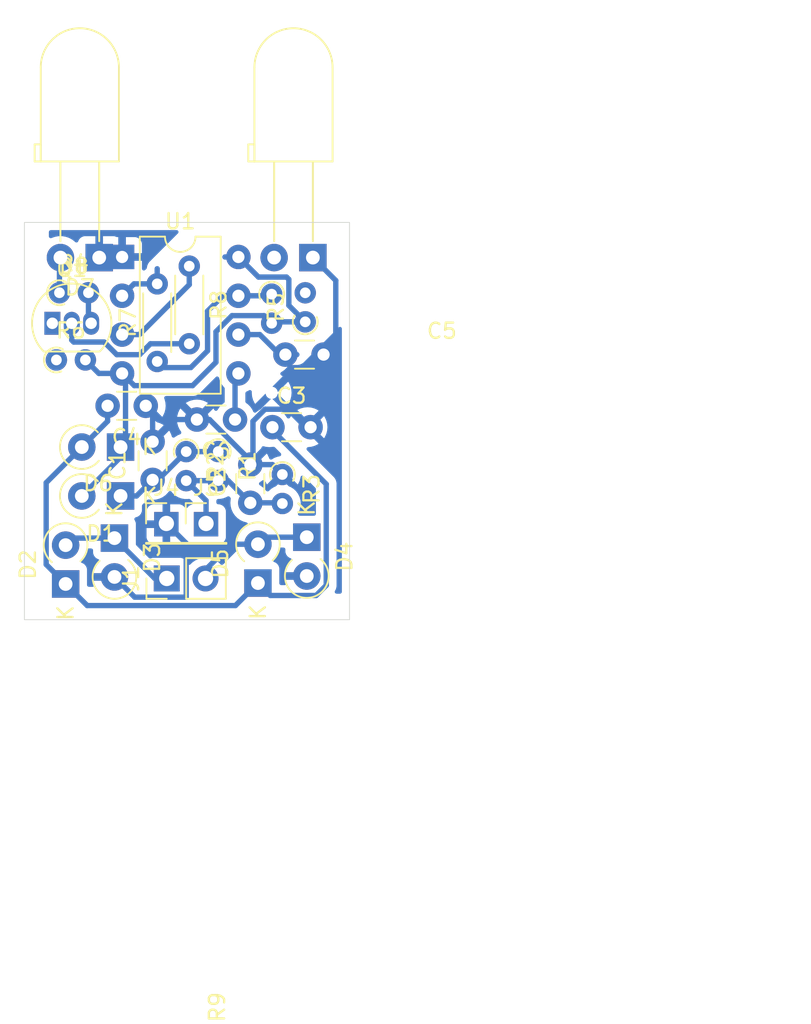
<source format=kicad_pcb>
(kicad_pcb (version 20240108) (generator "pcbnew") (generator_version "8.0")
  (layers (0 "F.Cu" signal) (31 "B.Cu" signal) (34 "B.Paste" user) (35 "F.Paste" user) (36 "B.SilkS" user "B.Silkscreen") (37 "F.SilkS" user "F.Silkscreen") (38 "B.Mask" user) (39 "F.Mask" user) (44 "Edge.Cuts" user))
  (net 0 "")
  (net 1 "GND")
  (net 2 "Net-(D1-K)")
  (net 3 "VCCQ")
  (net 4 "VCC")
  (net 5 "Net-(D2-A)")
  (net 6 "Net-(D4-K)")
  (net 7 "BCE")
  (net 8 "Net-(Q1-E)")
  (net 9 "Net-(Q1-C)")
  (net 10 "DC_OUT")
  (net 11 "Net-(D7-A)")
  (net 12 "Net-(D8-A)")
  (net 13 "DIS")
  (net 14 "TR")
  (net 15 "Net-(U1-Q)")
  (net 16 "Net-(U1-CV)")
  (footprint "Resistor_THT:R_Axial_DIN0204_L3.6mm_D1.6mm_P1.90mm_Vertical" (layer "F.Cu") (at 245.9 61.9 -90)
    (property "Reference" "R2" (at 0.95 -1.92 90) (layer "F.SilkS"))
    (property "Value" "15k")
    (fp_arc (start 0.320095 0.749359) (mid -0.813042 -0.054435) (end 0.417133 -0.7) (stroke (width 0.12)) (layer "F.SilkS"))
    (pad "1" thru_hole circle (at 0 0 270) (size 1.4 1.4) (drill 0.7) (layers "*.Cu" "*.Mask") (net 2 "Net-(D1-K)"))
    (pad "2" thru_hole oval (at 1.9 0 270) (size 1.4 1.4) (drill 0.7) (layers "*.Cu" "*.Mask") (net 10 "DC_OUT"))
  )
  (footprint "Resistor_THT:R_Axial_DIN0204_L3.6mm_D1.6mm_P1.90mm_Vertical" (layer "F.Cu") (at 237.595 51.5)
    (property "Reference" "R4" (at 0.95 -1.92 360) (layer "F.SilkS"))
    (property "Value" "220R")
    (fp_arc (start 0.320095 0.749359) (mid -0.813042 -0.054435) (end 0.417133 -0.7) (stroke (width 0.12)) (layer "F.SilkS"))
    (pad "1" thru_hole circle (at 0 0) (size 1.4 1.4) (drill 0.7) (layers "*.Cu" "*.Mask") (net 11 "Net-(D7-A)"))
    (pad "2" thru_hole oval (at 1.9 0) (size 1.4 1.4) (drill 0.7) (layers "*.Cu" "*.Mask") (net 8 "Net-(Q1-E)"))
  )
  (footprint "Resistor_THT:R_Axial_DIN0204_L3.6mm_D1.6mm_P1.90mm_Vertical" (layer "F.Cu") (at 253.7 53.405 90)
    (property "Reference" "R5" (at 0.95 -1.92 270) (layer "F.SilkS"))
    (property "Value" "470R")
    (fp_arc (start 0.320095 0.749359) (mid -0.813042 -0.054435) (end 0.417133 -0.7) (stroke (width 0.12)) (layer "F.SilkS"))
    (pad "1" thru_hole circle (at 0 0 90) (size 1.4 1.4) (drill 0.7) (layers "*.Cu" "*.Mask") (net 4 "VCC"))
    (pad "2" thru_hole oval (at 1.9 0 90) (size 1.4 1.4) (drill 0.7) (layers "*.Cu" "*.Mask") (net 12 "Net-(D8-A)"))
  )
  (footprint "Diode_THT:D_A-405_P2.54mm_Vertical_KathodeUp" (layer "F.Cu") (at 253.8 67.5 -90)
    (property "Reference" "D4" (at 1.27 -2.47 90) (layer "F.SilkS"))
    (property "Value" "1N4007")
    (fp_arc (start 1.426761 -0.9) (mid 3.970816 -0.045469) (end 1.48615 0.968866) (stroke (width 0.12)) (layer "F.SilkS"))
    (fp_text user "K" (at -1.9 0 90) (layer "F.SilkS"))
    (pad "1" thru_hole rect (at 0 0 270) (size 1.8 1.8) (drill 0.9) (layers "*.Cu" "*.Mask") (net 6 "Net-(D4-K)"))
    (pad "2" thru_hole oval (at 2.54 0 270) (size 1.8 1.8) (drill 0.9) (layers "*.Cu" "*.Mask") (net 1 "GND"))
  )
  (footprint "Diode_THT:D_A-405_P2.54mm_Vertical_KathodeUp" (layer "F.Cu") (at 241.6 64.8 180)
    (property "Reference" "D1" (at 1.27 -2.47 180) (layer "F.SilkS"))
    (property "Value" "1N4148")
    (fp_arc (start 1.426761 -0.9) (mid 3.970816 -0.045469) (end 1.48615 0.968866) (stroke (width 0.12)) (layer "F.SilkS"))
    (fp_text user "K" (at -1.9 0 180) (layer "F.SilkS"))
    (pad "1" thru_hole rect (at 0 0 180) (size 1.8 1.8) (drill 0.9) (layers "*.Cu" "*.Mask") (net 2 "Net-(D1-K)"))
    (pad "2" thru_hole oval (at 2.54 0 180) (size 1.8 1.8) (drill 0.9) (layers "*.Cu" "*.Mask") (net 4 "VCC"))
  )
  (footprint "Resistor_THT:R_Axial_DIN0204_L3.6mm_D1.6mm_P1.90mm_Vertical" (layer "F.Cu") (at 248 61.895 -90)
    (property "Reference" "R1" (at 0.95 -1.92 90) (layer "F.SilkS"))
    (property "Value" "22k")
    (fp_arc (start 0.320095 0.749359) (mid -0.813042 -0.054435) (end 0.417133 -0.7) (stroke (width 0.12)) (layer "F.SilkS"))
    (pad "1" thru_hole circle (at 0 0 270) (size 1.4 1.4) (drill 0.7) (layers "*.Cu" "*.Mask") (net 2 "Net-(D1-K)"))
    (pad "2" thru_hole oval (at 1.9 0 270) (size 1.4 1.4) (drill 0.7) (layers "*.Cu" "*.Mask") (net 10 "DC_OUT"))
  )
  (footprint "Capacitor_THT:C_Disc_D3.0mm_W1.6mm_P2.50mm" (layer "F.Cu") (at 243.25 58.9 180)
    (property "Reference" "C4" (at 1.25 -2.05 180) (layer "F.SilkS"))
    (property "Value" "100pF")
    (fp_line (start 0.621 0.92) (end 1.879 0.92) (stroke (width 0.12)) (layer "F.SilkS"))
    (fp_line (start 0.621 -0.92) (end 1.879 -0.92) (stroke (width 0.12)) (layer "F.SilkS"))
    (pad "1" thru_hole circle (at 0 0 180) (size 1.6 1.6) (drill 0.8) (layers "*.Cu" "*.Mask") (net 1 "GND"))
    (pad "2" thru_hole circle (at 2.5 0 180) (size 1.6 1.6) (drill 0.8) (layers "*.Cu" "*.Mask") (net 3 "VCCQ"))
  )
  (footprint "Resistor_THT:R_Axial_DIN0204_L3.6mm_D1.6mm_P1.90mm_Vertical" (layer "F.Cu") (at 251.5 51.595 -90)
    (property "Reference" "R9" (at 46.66 3.57 90) (layer "F.SilkS"))
    (property "Value" "1.1M")
    (fp_arc (start 0.320095 0.749359) (mid -0.813042 -0.054435) (end 0.417133 -0.7) (stroke (width 0.12)) (layer "F.SilkS"))
    (pad "1" thru_hole circle (at 0 0 270) (size 1.4 1.4) (drill 0.7) (layers "*.Cu" "*.Mask") (net 13 "DIS"))
    (pad "2" thru_hole oval (at 1.9 0 270) (size 1.4 1.4) (drill 0.7) (layers "*.Cu" "*.Mask") (net 4 "VCC"))
  )
  (footprint "Capacitor_THT:C_Disc_D3.0mm_W1.6mm_P2.50mm" (layer "F.Cu") (at 250.1 65.25 90)
    (property "Reference" "C2" (at 1.34 -2.15 270) (layer "F.SilkS"))
    (property "Value" "1uF/50V")
    (fp_line (start 0.621 -0.92) (end 1.879 -0.92) (stroke (width 0.12)) (layer "F.SilkS"))
    (fp_line (start 0.621 0.92) (end 1.879 0.92) (stroke (width 0.12)) (layer "F.SilkS"))
    (pad "1" thru_hole circle (at 0 0 90) (size 1.6 1.6) (drill 0.8) (layers "*.Cu" "*.Mask") (net 10 "DC_OUT"))
    (pad "2" thru_hole circle (at 2.5 0 90) (size 1.6 1.6) (drill 0.8) (layers "*.Cu" "*.Mask") (net 1 "GND"))
  )
  (footprint "Diode_THT:D_A-405_P2.54mm_Vertical_KathodeUp" (layer "F.Cu") (at 250.6 70.5 90)
    (property "Reference" "D5" (at 1.27 -2.47 270) (layer "F.SilkS"))
    (property "Value" "1N4007")
    (fp_arc (start 1.426761 -0.9) (mid 3.970816 -0.045469) (end 1.48615 0.968866) (stroke (width 0.12)) (layer "F.SilkS"))
    (fp_text user "K" (at -1.9 0 270) (layer "F.SilkS"))
    (pad "1" thru_hole rect (at 0 0 90) (size 1.8 1.8) (drill 0.9) (layers "*.Cu" "*.Mask") (net 3 "VCCQ"))
    (pad "2" thru_hole oval (at 2.54 0 90) (size 1.8 1.8) (drill 0.9) (layers "*.Cu" "*.Mask") (net 6 "Net-(D4-K)"))
  )
  (footprint "Resistor_THT:R_Axial_DIN0204_L3.6mm_D1.6mm_P1.90mm_Vertical" (layer "F.Cu") (at 237.395 55.9)
    (property "Reference" "R6" (at 0.95 -1.92 360) (layer "F.SilkS"))
    (property "Value" "150R")
    (fp_arc (start 0.320095 0.749359) (mid -0.813042 -0.054435) (end 0.417133 -0.7) (stroke (width 0.12)) (layer "F.SilkS"))
    (pad "1" thru_hole circle (at 0 0) (size 1.4 1.4) (drill 0.7) (layers "*.Cu" "*.Mask") (net 9 "Net-(Q1-C)"))
    (pad "2" thru_hole oval (at 1.9 0) (size 1.4 1.4) (drill 0.7) (layers "*.Cu" "*.Mask") (net 4 "VCC"))
  )
  (footprint "LED_THT:LED_D5.0mm_Horizontal_O6.35mm_Z9.0mm" (layer "F.Cu") (at 240.2 49.2 180)
    (property "Reference" "D7" (at 1.27 -1.96 180) (layer "F.SilkS"))
    (property "Value" "LED")
    (fp_line (start 4.23 7.41) (end 3.83 7.41) (stroke (width 0.12)) (layer "F.SilkS"))
    (fp_line (start 4.23 6.29) (end 4.23 7.41) (stroke (width 0.12)) (layer "F.SilkS"))
    (fp_line (start 3.83 7.41) (end 3.83 6.29) (stroke (width 0.12)) (layer "F.SilkS"))
    (fp_line (start 3.83 6.29) (end 4.23 6.29) (stroke (width 0.12)) (layer "F.SilkS"))
    (fp_line (start 3.83 6.29) (end 3.83 12.45) (stroke (width 0.12)) (layer "F.SilkS"))
    (fp_line (start 2.54 6.29) (end 2.54 6.29) (stroke (width 0.12)) (layer "F.SilkS"))
    (fp_line (start 2.54 6.29) (end 2.54 1.08) (stroke (width 0.12)) (layer "F.SilkS"))
    (fp_line (start 2.54 1.08) (end 2.54 6.29) (stroke (width 0.12)) (layer "F.SilkS"))
    (fp_line (start 2.54 1.08) (end 2.54 1.08) (stroke (width 0.12)) (layer "F.SilkS"))
    (fp_line (start 0 6.29) (end 0 6.29) (stroke (width 0.12)) (layer "F.SilkS"))
    (fp_line (start 0 6.29) (end 0 1.08) (stroke (width 0.12)) (layer "F.SilkS"))
    (fp_line (start 0 1.08) (end 0 6.29) (stroke (width 0.12)) (layer "F.SilkS"))
    (fp_line (start 0 1.08) (end 0 1.08) (stroke (width 0.12)) (layer "F.SilkS"))
    (fp_line (start -1.29 6.29) (end 3.83 6.29) (stroke (width 0.12)) (layer "F.SilkS"))
    (fp_line (start -1.29 6.29) (end -1.29 12.45) (stroke (width 0.12)) (layer "F.SilkS"))
    (fp_arc (start 3.83 12.45) (mid 1.27 15.01) (end -1.29 12.45) (stroke (width 0.12)) (layer "F.SilkS"))
    (pad "1" thru_hole rect (at 0 0 180) (size 1.8 1.8) (drill 0.9) (layers "*.Cu" "*.Mask") (net 1 "GND"))
    (pad "2" thru_hole circle (at 2.54 0 180) (size 1.8 1.8) (drill 0.9) (layers "*.Cu" "*.Mask") (net 11 "Net-(D7-A)"))
  )
  (footprint "Package_TO_SOT_THT:TO-92_Inline" (layer "F.Cu") (at 237.13 53.5)
    (property "Reference" "Q1" (at 1.27 -3.56 360) (layer "F.SilkS"))
    (property "Value" "BC547")
    (fp_line (start -0.53 1.85) (end 3.07 1.85) (stroke (width 0.12)) (layer "F.SilkS"))
    (fp_arc (start -0.568478 1.838478) (mid -1.132087 -0.994977) (end 1.27 -2.6) (stroke (width 0.12)) (layer "F.SilkS"))
    (fp_arc (start 1.27 -2.6) (mid 3.672087 -0.994977) (end 3.108478 1.838478) (stroke (width 0.12)) (layer "F.SilkS"))
    (pad "1" thru_hole rect (at 0 0) (size 1.05 1.5) (drill 0.75) (layers "*.Cu" "*.Mask") (net 9 "Net-(Q1-C)"))
    (pad "2" thru_hole oval (at 1.27 0) (size 1.05 1.5) (drill 0.75) (layers "*.Cu" "*.Mask") (net 7 "BCE"))
    (pad "3" thru_hole oval (at 2.54 0) (size 1.05 1.5) (drill 0.75) (layers "*.Cu" "*.Mask") (net 8 "Net-(Q1-E)"))
  )
  (footprint "Resistor_THT:R_Axial_DIN0204_L3.6mm_D1.6mm_P5.08mm_Horizontal" (layer "F.Cu") (at 244 56 90)
    (property "Reference" "R7" (at 2.54 -1.92 270) (layer "F.SilkS"))
    (property "Value" "680k")
    (fp_line (start 0.62 -0.92) (end 4.46 -0.92) (stroke (width 0.12)) (layer "F.SilkS"))
    (fp_line (start 0.62 0.92) (end 4.46 0.92) (stroke (width 0.12)) (layer "F.SilkS"))
    (pad "1" thru_hole circle (at 0 0 90) (size 1.4 1.4) (drill 0.7) (layers "*.Cu" "*.Mask") (net 13 "DIS"))
    (pad "2" thru_hole oval (at 5.08 0 90) (size 1.4 1.4) (drill 0.7) (layers "*.Cu" "*.Mask") (net 14 "TR"))
  )
  (footprint "Connector_PinHeader_2.54mm:PinHeader_1x01_P2.54mm_Vertical" (layer "F.Cu") (at 244.6 66.6)
    (property "Reference" "J4" (at 0 -2.33 0) (layer "F.SilkS"))
    (property "Value" "DC")
    (fp_line (start -1.33 -1.33) (end 0 -1.33) (stroke (width 0.12)) (layer "F.SilkS"))
    (fp_line (start -1.33 0) (end -1.33 -1.33) (stroke (width 0.12)) (layer "F.SilkS"))
    (fp_line (start -1.33 1.27) (end -1.33 1.33) (stroke (width 0.12)) (layer "F.SilkS"))
    (fp_line (start -1.33 1.27) (end 1.33 1.27) (stroke (width 0.12)) (layer "F.SilkS"))
    (fp_line (start -1.33 1.33) (end 1.33 1.33) (stroke (width 0.12)) (layer "F.SilkS"))
    (fp_line (start 1.33 1.27) (end 1.33 1.33) (stroke (width 0.12)) (layer "F.SilkS"))
    (pad "1" thru_hole rect (at 0 0) (size 1.6 1.6) (drill 1 (offset 0 0.05)) (layers "*.Cu" "*.Mask") (net 1 "GND"))
  )
  (footprint "Resistor_THT:R_Axial_DIN0204_L3.6mm_D1.6mm_P1.90mm_Vertical" (layer "F.Cu") (at 252.2 63.395 -90)
    (property "Reference" "R3" (at 0.95 -1.92 90) (layer "F.SilkS"))
    (property "Value" "2.7k")
    (fp_arc (start 0.320095 0.749359) (mid -0.813042 -0.054435) (end 0.417133 -0.7) (stroke (width 0.12)) (layer "F.SilkS"))
    (pad "1" thru_hole circle (at 0 0 270) (size 1.4 1.4) (drill 0.7) (layers "*.Cu" "*.Mask") (net 1 "GND"))
    (pad "2" thru_hole oval (at 1.9 0 270) (size 1.4 1.4) (drill 0.7) (layers "*.Cu" "*.Mask") (net 10 "DC_OUT"))
  )
  (footprint "Connector_PinHeader_2.54mm:PinHeader_1x01_P2.54mm_Vertical" (layer "F.Cu") (at 247.2 66.6)
    (property "Reference" "J3" (at 0 -2.33 0) (layer "F.SilkS"))
    (property "Value" "DC")
    (fp_line (start -1.33 -1.33) (end 0 -1.33) (stroke (width 0.12)) (layer "F.SilkS"))
    (fp_line (start -1.33 0) (end -1.33 -1.33) (stroke (width 0.12)) (layer "F.SilkS"))
    (fp_line (start -1.33 1.27) (end -1.33 1.33) (stroke (width 0.12)) (layer "F.SilkS"))
    (fp_line (start -1.33 1.27) (end 1.33 1.27) (stroke (width 0.12)) (layer "F.SilkS"))
    (fp_line (start -1.33 1.33) (end 1.33 1.33) (stroke (width 0.12)) (layer "F.SilkS"))
    (fp_line (start 1.33 1.27) (end 1.33 1.33) (stroke (width 0.12)) (layer "F.SilkS"))
    (pad "1" thru_hole rect (at 0 0) (size 1.6 1.6) (drill 1 (offset 0 0.05)) (layers "*.Cu" "*.Mask") (net 10 "DC_OUT"))
  )
  (footprint "Diode_THT:D_A-405_P2.54mm_Vertical_KathodeUp" (layer "F.Cu") (at 238 70.56 90)
    (property "Reference" "D2" (at 1.27 -2.47 270) (layer "F.SilkS"))
    (property "Value" "1N4007")
    (fp_arc (start 1.426761 -0.9) (mid 3.970816 -0.045469) (end 1.48615 0.968866) (stroke (width 0.12)) (layer "F.SilkS"))
    (fp_text user "K" (at -1.9 0 270) (layer "F.SilkS"))
    (pad "1" thru_hole rect (at 0 0 90) (size 1.8 1.8) (drill 0.9) (layers "*.Cu" "*.Mask") (net 3 "VCCQ"))
    (pad "2" thru_hole oval (at 2.54 0 90) (size 1.8 1.8) (drill 0.9) (layers "*.Cu" "*.Mask") (net 5 "Net-(D2-A)"))
  )
  (footprint "Capacitor_THT:C_Disc_D3.0mm_W1.6mm_P2.50mm" (layer "F.Cu") (at 243.7 63.75 90)
    (property "Reference" "C1" (at 0.95 -2.3 270) (layer "F.SilkS"))
    (property "Value" "10uF/50V")
    (fp_line (start 0.621 -0.92) (end 1.879 -0.92) (stroke (width 0.12)) (layer "F.SilkS"))
    (fp_line (start 0.621 0.92) (end 1.879 0.92) (stroke (width 0.12)) (layer "F.SilkS"))
    (pad "1" thru_hole circle (at 0 0 90) (size 1.6 1.6) (drill 0.8) (layers "*.Cu" "*.Mask") (net 2 "Net-(D1-K)"))
    (pad "2" thru_hole circle (at 2.5 0 90) (size 1.6 1.6) (drill 0.8) (layers "*.Cu" "*.Mask") (net 1 "GND"))
  )
  (footprint "Capacitor_THT:C_Disc_D3.0mm_W1.6mm_P2.50mm" (layer "F.Cu") (at 252.4 55.55)
    (property "Reference" "C5" (at 10.25 -1.55 360) (layer "F.SilkS"))
    (property "Value" "100nF")
    (fp_line (start 0.621 -0.92) (end 1.879 -0.92) (stroke (width 0.12)) (layer "F.SilkS"))
    (fp_line (start 0.621 0.92) (end 1.879 0.92) (stroke (width 0.12)) (layer "F.SilkS"))
    (pad "1" thru_hole circle (at 0 0) (size 1.6 1.6) (drill 0.8) (layers "*.Cu" "*.Mask") (net 14 "TR"))
    (pad "2" thru_hole circle (at 2.5 0) (size 1.6 1.6) (drill 0.8) (layers "*.Cu" "*.Mask") (net 1 "GND"))
  )
  (footprint "Capacitor_THT:C_Disc_D3.0mm_W1.6mm_P2.50mm" (layer "F.Cu") (at 249.1 59.8 180)
    (property "Reference" "C6" (at 1.25 -2.05 180) (layer "F.SilkS"))
    (property "Value" "10nF")
    (fp_line (start 0.621 0.92) (end 1.879 0.92) (stroke (width 0.12)) (layer "F.SilkS"))
    (fp_line (start 0.621 -0.92) (end 1.879 -0.92) (stroke (width 0.12)) (layer "F.SilkS"))
    (pad "1" thru_hole circle (at 0 0 180) (size 1.6 1.6) (drill 0.8) (layers "*.Cu" "*.Mask") (net 16 "Net-(U1-CV)"))
    (pad "2" thru_hole circle (at 2.5 0 180) (size 1.6 1.6) (drill 0.8) (layers "*.Cu" "*.Mask") (net 1 "GND"))
  )
  (footprint "Connector_PinHeader_2.54mm:PinHeader_1x02_P2.54mm_Vertical" (layer "F.Cu") (at 244.625 70.2 90)
    (property "Reference" "J1" (at 0 -2.33 270) (layer "F.SilkS"))
    (property "Value" "Conn_01x02_Pin")
    (fp_line (start -1.33 -1.33) (end 0 -1.33) (stroke (width 0.12)) (layer "F.SilkS"))
    (fp_line (start -1.33 0) (end -1.33 -1.33) (stroke (width 0.12)) (layer "F.SilkS"))
    (fp_line (start 1.33 1.27) (end 1.33 3.87) (stroke (width 0.12)) (layer "F.SilkS"))
    (fp_line (start -1.33 1.27) (end 1.33 1.27) (stroke (width 0.12)) (layer "F.SilkS"))
    (fp_line (start -1.33 1.27) (end -1.33 3.87) (stroke (width 0.12)) (layer "F.SilkS"))
    (fp_line (start -1.33 3.87) (end 1.33 3.87) (stroke (width 0.12)) (layer "F.SilkS"))
    (pad "1" thru_hole rect (at 0 0 90) (size 1.7 1.7) (drill 1) (layers "*.Cu" "*.Mask") (net 5 "Net-(D2-A)"))
    (pad "2" thru_hole oval (at 0 2.54 90) (size 1.7 1.7) (drill 1) (layers "*.Cu" "*.Mask") (net 6 "Net-(D4-K)"))
  )
  (footprint "Diode_THT:D_A-405_P2.54mm_Vertical_KathodeUp" (layer "F.Cu") (at 241.2 67.56 -90)
    (property "Reference" "D3" (at 1.27 -2.47 90) (layer "F.SilkS"))
    (property "Value" "1N4007")
    (fp_arc (start 1.426761 -0.9) (mid 3.970816 -0.045469) (end 1.48615 0.968866) (stroke (width 0.12)) (layer "F.SilkS"))
    (fp_text user "K" (at -1.9 0 90) (layer "F.SilkS"))
    (pad "1" thru_hole rect (at 0 0 270) (size 1.8 1.8) (drill 0.9) (layers "*.Cu" "*.Mask") (net 5 "Net-(D2-A)"))
    (pad "2" thru_hole oval (at 2.54 0 270) (size 1.8 1.8) (drill 0.9) (layers "*.Cu" "*.Mask") (net 1 "GND"))
  )
  (footprint "Resistor_THT:R_Axial_DIN0204_L3.6mm_D1.6mm_P5.08mm_Horizontal" (layer "F.Cu") (at 246.1 49.76 -90)
    (property "Reference" "R8" (at 2.54 -1.92 90) (layer "F.SilkS"))
    (property "Value" "1.5k")
    (fp_line (start 0.62 0.92) (end 4.46 0.92) (stroke (width 0.12)) (layer "F.SilkS"))
    (fp_line (start 0.62 -0.92) (end 4.46 -0.92) (stroke (width 0.12)) (layer "F.SilkS"))
    (pad "1" thru_hole circle (at 0 0 270) (size 1.4 1.4) (drill 0.7) (layers "*.Cu" "*.Mask") (net 15 "Net-(U1-Q)"))
    (pad "2" thru_hole oval (at 5.08 0 270) (size 1.4 1.4) (drill 0.7) (layers "*.Cu" "*.Mask") (net 7 "BCE"))
  )
  (footprint "Capacitor_THT:C_Disc_D3.0mm_W1.6mm_P2.50mm" (layer "F.Cu") (at 251.55 60.3)
    (property "Reference" "C3" (at 1.25 -2.049999 0) (layer "F.SilkS"))
    (property "Value" "100uF/16V")
    (fp_line (start 0.621 -0.92) (end 1.879 -0.92) (stroke (width 0.12)) (layer "F.SilkS"))
    (fp_line (start 0.621 0.92) (end 1.879 0.92) (stroke (width 0.12)) (layer "F.SilkS"))
    (pad "1" thru_hole circle (at 0 0) (size 1.6 1.6) (drill 0.8) (layers "*.Cu" "*.Mask") (net 3 "VCCQ"))
    (pad "2" thru_hole circle (at 2.5 0) (size 1.6 1.6) (drill 0.8) (layers "*.Cu" "*.Mask") (net 1 "GND"))
  )
  (footprint "Package_DIP:DIP-8_W7.62mm" (layer "F.Cu") (at 241.7 49.16)
    (property "Reference" "U1" (at 3.81 -2.33 0) (layer "F.SilkS"))
    (property "Value" "NE555P")
    (fp_line (start 1.16 -1.33) (end 1.16 8.95) (stroke (width 0.12)) (layer "F.SilkS"))
    (fp_line (start 1.16 8.95) (end 6.46 8.95) (stroke (width 0.12)) (layer "F.SilkS"))
    (fp_line (start 2.81 -1.33) (end 1.16 -1.33) (stroke (width 0.12)) (layer "F.SilkS"))
    (fp_line (start 6.46 -1.33) (end 4.81 -1.33) (stroke (width 0.12)) (layer "F.SilkS"))
    (fp_line (start 6.46 8.95) (end 6.46 -1.33) (stroke (width 0.12)) (layer "F.SilkS"))
    (fp_arc (start 4.81 -1.33) (mid 3.81 -0.33) (end 2.81 -1.33) (stroke (width 0.12)) (layer "F.SilkS"))
    (pad "1" thru_hole rect (at 0 0) (size 1.6 1.6) (drill 0.8) (layers "*.Cu" "*.Mask") (net 1 "GND"))
    (pad "2" thru_hole oval (at 0 2.54) (size 1.6 1.6) (drill 0.8) (layers "*.Cu" "*.Mask") (net 14 "TR"))
    (pad "3" thru_hole oval (at 0 5.08) (size 1.6 1.6) (drill 0.8) (layers "*.Cu" "*.Mask") (net 15 "Net-(U1-Q)"))
    (pad "4" thru_hole oval (at 0 7.62) (size 1.6 1.6) (drill 0.8) (layers "*.Cu" "*.Mask") (net 4 "VCC"))
    (pad "5" thru_hole oval (at 7.62 7.62) (size 1.6 1.6) (drill 0.8) (layers "*.Cu" "*.Mask") (net 16 "Net-(U1-CV)"))
    (pad "6" thru_hole oval (at 7.62 5.08) (size 1.6 1.6) (drill 0.8) (layers "*.Cu" "*.Mask") (net 14 "TR"))
    (pad "7" thru_hole oval (at 7.62 2.54) (size 1.6 1.6) (drill 0.8) (layers "*.Cu" "*.Mask") (net 13 "DIS"))
    (pad "8" thru_hole oval (at 7.62 0) (size 1.6 1.6) (drill 0.8) (layers "*.Cu" "*.Mask") (net 4 "VCC"))
  )
  (footprint "Diode_THT:D_A-405_P2.54mm_Vertical_KathodeUp" (layer "F.Cu") (at 241.6 61.6 180)
    (property "Reference" "D6" (at 1.47 -2.37 180) (layer "F.SilkS"))
    (property "Value" "1N4007")
    (fp_arc (start 1.426761 -0.9) (mid 3.970816 -0.045469) (end 1.48615 0.968866) (stroke (width 0.12)) (layer "F.SilkS"))
    (fp_text user "K" (at -1.9 0 180) (layer "F.SilkS"))
    (pad "1" thru_hole rect (at 0 0 180) (size 1.8 1.8) (drill 0.9) (layers "*.Cu" "*.Mask") (net 4 "VCC"))
    (pad "2" thru_hole oval (at 2.54 0 180) (size 1.8 1.8) (drill 0.9) (layers "*.Cu" "*.Mask") (net 3 "VCCQ"))
  )
  (footprint "LED_THT:LED_D5.0mm_Horizontal_O6.35mm_Z9.0mm" (layer "F.Cu") (at 254.2 49.2 180)
    (property "Reference" "D8" (at 15.67 -0.555 180) (layer "F.SilkS"))
    (property "Value" "LED")
    (fp_line (start 4.23 7.41) (end 3.83 7.41) (stroke (width 0.12)) (layer "F.SilkS"))
    (fp_line (start 4.23 6.29) (end 4.23 7.41) (stroke (width 0.12)) (layer "F.SilkS"))
    (fp_line (start 3.83 7.41) (end 3.83 6.29) (stroke (width 0.12)) (layer "F.SilkS"))
    (fp_line (start 3.83 6.29) (end 4.23 6.29) (stroke (width 0.12)) (layer "F.SilkS"))
    (fp_line (start 3.83 6.29) (end 3.83 12.45) (stroke (width 0.12)) (layer "F.SilkS"))
    (fp_line (start 2.54 6.29) (end 2.54 6.29) (stroke (width 0.12)) (layer "F.SilkS"))
    (fp_line (start 2.54 6.29) (end 2.54 1.08) (stroke (width 0.12)) (layer "F.SilkS"))
    (fp_line (start 2.54 1.08) (end 2.54 6.29) (stroke (width 0.12)) (layer "F.SilkS"))
    (fp_line (start 2.54 1.08) (end 2.54 1.08) (stroke (width 0.12)) (layer "F.SilkS"))
    (fp_line (start 0 6.29) (end 0 6.29) (stroke (width 0.12)) (layer "F.SilkS"))
    (fp_line (start 0 6.29) (end 0 1.08) (stroke (width 0.12)) (layer "F.SilkS"))
    (fp_line (start 0 1.08) (end 0 6.29) (stroke (width 0.12)) (layer "F.SilkS"))
    (fp_line (start 0 1.08) (end 0 1.08) (stroke (width 0.12)) (layer "F.SilkS"))
    (fp_line (start -1.29 6.29) (end 3.83 6.29) (stroke (width 0.12)) (layer "F.SilkS"))
    (fp_line (start -1.29 6.29) (end -1.29 12.45) (stroke (width 0.12)) (layer "F.SilkS"))
    (fp_arc (start 3.83 12.45) (mid 1.27 15.01) (end -1.29 12.45) (stroke (width 0.12)) (layer "F.SilkS"))
    (pad "1" thru_hole rect (at 0 0 180) (size 1.8 1.8) (drill 0.9) (layers "*.Cu" "*.Mask") (net 1 "GND"))
    (pad "2" thru_hole circle (at 2.54 0 180) (size 1.8 1.8) (drill 0.9) (layers "*.Cu" "*.Mask") (net 12 "Net-(D8-A)"))
  )
  (gr_rect (start 235.3 46.9) (end 256.6 72.9) (stroke (width 0.05)) (fill none) (layer "Edge.Cuts"))
  (segment (start 255.7 50.7) (end 255.7 54.75) (width 0.35) (layer "B.Cu") (net 1))
  (segment (start 251.063299 59.125) (end 250.275 59.913299) (width 0.35) (layer "B.Cu") (net 1))
  (segment (start 254.9 59.25) (end 253.85 60.3) (width 0.35) (layer "B.Cu") (net 1))
  (segment (start 254.9 55.55) (end 254.9 59.25) (width 0.35) (layer "B.Cu") (net 1))
  (segment (start 250.1 62.75) (end 250.1 62.47472) (width 0.35) (layer "B.Cu") (net 1))
  (segment (start 251.555 62.75) (end 252.2 63.395) (width 0.35) (layer "B.Cu") (net 1))
  (segment (start 250.1 62.75) (end 251.555 62.75) (width 0.35) (layer "B.Cu") (net 1))
  (segment (start 243.7 59.35) (end 243.25 58.9) (width 0.35) (layer "B.Cu") (net 1))
  (segment (start 245.15 59.8) (end 243.7 61.25) (width 0.35) (layer "B.Cu") (net 1))
  (segment (start 243.7 61.25) (end 243.7 59.35) (width 0.35) (layer "B.Cu") (net 1))
  (segment (start 245.9 67.9) (end 244.6 66.6) (width 0.35) (layer "B.Cu") (net 1))
  (segment (start 254.2 49.2) (end 255.7 50.7) (width 0.35) (layer "B.Cu") (net 1))
  (segment (start 252.875 59.125) (end 251.063299 59.125) (width 0.35) (layer "B.Cu") (net 1))
  (segment (start 250.275 59.913299) (end 250.275 62.575) (width 0.35) (layer "B.Cu") (net 1))
  (segment (start 250.275 62.575) (end 250.1 62.75) (width 0.35) (layer "B.Cu") (net 1))
  (segment (start 254.05 60.3) (end 252.875 59.125) (width 0.35) (layer "B.Cu") (net 1))
  (segment (start 247.42528 59.8) (end 246.6 59.8) (width 0.35) (layer "B.Cu") (net 1))
  (segment (start 253.85 60.3) (end 253.75 60.3) (width 0.35) (layer "B.Cu") (net 1))
  (segment (start 245.9 71.425) (end 245.9 67.9) (width 0.35) (layer "B.Cu") (net 1))
  (segment (start 242.525 71.425) (end 245.9 71.425) (width 0.35) (layer "B.Cu") (net 1))
  (segment (start 255.7 54.75) (end 254.9 55.55) (width 0.35) (layer "B.Cu") (net 1))
  (segment (start 246.6 59.8) (end 245.15 59.8) (width 0.35) (layer "B.Cu") (net 1))
  (segment (start 241.2 70.1) (end 242.525 71.425) (width 0.35) (layer "B.Cu") (net 1))
  (segment (start 250.1 62.47472) (end 247.42528 59.8) (width 0.35) (layer "B.Cu") (net 1))
  (segment (start 247.995 61.9) (end 248 61.895) (width 0.35) (layer "B.Cu") (net 2))
  (segment (start 245.9 61.9) (end 247.995 61.9) (width 0.35) (layer "B.Cu") (net 2))
  (segment (start 244.05 63.75) (end 245.9 61.9) (width 0.35) (layer "B.Cu") (net 2))
  (segment (start 241.6 64.8) (end 242.65 64.8) (width 0.35) (layer "B.Cu") (net 2))
  (segment (start 242.65 64.8) (end 243.7 63.75) (width 0.35) (layer "B.Cu") (net 2))
  (segment (start 243.7 63.75) (end 244.05 63.75) (width 0.35) (layer "B.Cu") (net 2))
  (segment (start 251.415 71.315) (end 254.41 71.315) (width 0.35) (layer "B.Cu") (net 3))
  (segment (start 239.415 71.975) (end 249.125 71.975) (width 0.35) (layer "B.Cu") (net 3))
  (segment (start 250.6 70.5) (end 251.415 71.315) (width 0.35) (layer "B.Cu") (net 3))
  (segment (start 255.075 64.025) (end 251.55 60.5) (width 0.35) (layer "B.Cu") (net 3))
  (segment (start 236.725 69.285) (end 238 70.56) (width 0.35) (layer "B.Cu") (net 3))
  (segment (start 251.55 60.5) (end 251.55 60.3) (width 0.35) (layer "B.Cu") (net 3))
  (segment (start 240.75 59.91) (end 239.06 61.6) (width 0.35) (layer "B.Cu") (net 3))
  (segment (start 240.75 58.9) (end 240.75 59.91) (width 0.35) (layer "B.Cu") (net 3))
  (segment (start 254.41 71.315) (end 255.075 70.65) (width 0.35) (layer "B.Cu") (net 3))
  (segment (start 239.06 61.6) (end 236.725 63.935) (width 0.35) (layer "B.Cu") (net 3))
  (segment (start 238 70.56) (end 239.415 71.975) (width 0.35) (layer "B.Cu") (net 3))
  (segment (start 236.725 63.935) (end 236.725 69.285) (width 0.35) (layer "B.Cu") (net 3))
  (segment (start 255.075 70.65) (end 255.075 64.025) (width 0.35) (layer "B.Cu") (net 3))
  (segment (start 249.125 71.975) (end 250.6 70.5) (width 0.35) (layer "B.Cu") (net 3))
  (segment (start 241.925 57.005) (end 241.7 56.78) (width 0.35) (layer "B.Cu") (net 4))
  (segment (start 241.6 62.26) (end 239.06 64.8) (width 0.35) (layer "B.Cu") (net 4))
  (segment (start 247.85 56.05) (end 247.85 54.048299) (width 0.35) (layer "B.Cu") (net 4))
  (segment (start 251.005 53) (end 251.5 53.495) (width 0.35) (layer "B.Cu") (net 4))
  (segment (start 252.625 50.625) (end 252.475 50.475) (width 0.35) (layer "B.Cu") (net 4))
  (segment (start 246.320001 57.579999) (end 247.85 56.05) (width 0.35) (layer "B.Cu") (net 4))
  (segment (start 248.898299 53) (end 251.005 53) (width 0.35) (layer "B.Cu") (net 4))
  (segment (start 240.175 56.78) (end 239.295 55.9) (width 0.35) (layer "B.Cu") (net 4))
  (segment (start 252.475 50.475) (end 250.635 50.475) (width 0.35) (layer "B.Cu") (net 4))
  (segment (start 241.925 61.275) (end 241.925 57.005) (width 0.35) (layer "B.Cu") (net 4))
  (segment (start 253.7 53.405) (end 251.59 53.405) (width 0.35) (layer "B.Cu") (net 4))
  (segment (start 241.6 61.6) (end 241.6 62.26) (width 0.35) (layer "B.Cu") (net 4))
  (segment (start 251.59 53.405) (end 251.5 53.495) (width 0.35) (layer "B.Cu") (net 4))
  (segment (start 247.85 54.048299) (end 248.898299 53) (width 0.35) (layer "B.Cu") (net 4))
  (segment (start 252.625 52.33) (end 252.625 50.625) (width 0.35) (layer "B.Cu") (net 4))
  (segment (start 242.499999 57.579999) (end 246.320001 57.579999) (width 0.35) (layer "B.Cu") (net 4))
  (segment (start 250.635 50.475) (end 249.32 49.16) (width 0.35) (layer "B.Cu") (net 4))
  (segment (start 241.7 56.78) (end 242.499999 57.579999) (width 0.35) (layer "B.Cu") (net 4))
  (segment (start 241.6 61.6) (end 241.925 61.275) (width 0.35) (layer "B.Cu") (net 4))
  (segment (start 253.7 53.405) (end 252.625 52.33) (width 0.35) (layer "B.Cu") (net 4))
  (segment (start 241.7 56.78) (end 240.175 56.78) (width 0.35) (layer "B.Cu") (net 4))
  (segment (start 248.44 49.16) (end 249.32 49.16) (width 0.35) (layer "B.Cu") (net 4))
  (segment (start 238.46 67.56) (end 238 68.02) (width 0.35) (layer "B.Cu") (net 5))
  (segment (start 243.84 70.2) (end 241.2 67.56) (width 0.35) (layer "B.Cu") (net 5))
  (segment (start 241.2 67.56) (end 238.46 67.56) (width 0.35) (layer "B.Cu") (net 5))
  (segment (start 244.625 70.2) (end 243.84 70.2) (width 0.35) (layer "B.Cu") (net 5))
  (segment (start 253.8 67.5) (end 251.06 67.5) (width 0.35) (layer "B.Cu") (net 6))
  (segment (start 250.6 67.96) (end 248.84 67.96) (width 0.35) (layer "B.Cu") (net 6))
  (segment (start 247.165 69.635) (end 247.165 70.2) (width 0.35) (layer "B.Cu") (net 6))
  (segment (start 248.84 67.96) (end 247.165 69.635) (width 0.35) (layer "B.Cu") (net 6))
  (segment (start 251.06 67.5) (end 250.6 67.96) (width 0.35) (layer "B.Cu") (net 6))
  (segment (start 243.56 54.84) (end 246.1 54.84) (width 0.35) (layer "B.Cu") (net 7))
  (segment (start 238.4 54.6) (end 238.526701 54.726701) (width 0.35) (layer "B.Cu") (net 7))
  (segment (start 240.525 54.726701) (end 241.353019 55.55472) (width 0.35) (layer "B.Cu") (net 7))
  (segment (start 241.353019 55.55472) (end 242.84528 55.55472) (width 0.35) (layer "B.Cu") (net 7))
  (segment (start 238.526701 54.726701) (end 240.525 54.726701) (width 0.35) (layer "B.Cu") (net 7))
  (segment (start 242.84528 55.55472) (end 243.56 54.84) (width 0.35) (layer "B.Cu") (net 7))
  (segment (start 238.4 53.5) (end 238.4 54.6) (width 0.35) (layer "B.Cu") (net 7))
  (segment (start 239.495 51.5) (end 239.495 53.325) (width 0.35) (layer "B.Cu") (net 8))
  (segment (start 239.495 53.325) (end 239.67 53.5) (width 0.35) (layer "B.Cu") (net 8))
  (segment (start 245.9 63.8) (end 247.995 63.8) (width 0.35) (layer "B.Cu") (net 10))
  (segment (start 250.1 65.25) (end 252.155 65.25) (width 0.35) (layer "B.Cu") (net 10))
  (segment (start 247.2 65.1) (end 245.9 63.8) (width 0.35) (layer "B.Cu") (net 10))
  (segment (start 248.645 63.795) (end 250.1 65.25) (width 0.35) (layer "B.Cu") (net 10))
  (segment (start 247.2 66.6) (end 247.2 65.1) (width 0.35) (layer "B.Cu") (net 10))
  (segment (start 248 63.795) (end 248.645 63.795) (width 0.35) (layer "B.Cu") (net 10))
  (segment (start 252.155 65.25) (end 252.2 65.295) (width 0.35) (layer "B.Cu") (net 10))
  (segment (start 247.995 63.8) (end 248 63.795) (width 0.35) (layer "B.Cu") (net 10))
  (segment (start 237.595 51.5) (end 237.595 49.265) (width 0.35) (layer "B.Cu") (net 11))
  (segment (start 237.595 49.265) (end 237.66 49.2) (width 0.35) (layer "B.Cu") (net 11))
  (segment (start 244.4 56.4) (end 246.2 56.4) (width 0.35) (layer "B.Cu") (net 13))
  (segment (start 246.2 56.4) (end 247.3 55.3) (width 0.35) (layer "B.Cu") (net 13))
  (segment (start 247.3 55.3) (end 247.3 52.7) (width 0.35) (layer "B.Cu") (net 13))
  (segment (start 244 56) (end 244.4 56.4) (width 0.35) (layer "B.Cu") (net 13))
  (segment (start 247.3 52.7) (end 248.3 51.7) (width 0.35) (layer "B.Cu") (net 13))
  (segment (start 251.395 51.7) (end 251.5 51.595) (width 0.35) (layer "B.Cu") (net 13))
  (segment (start 248.3 51.7) (end 249.32 51.7) (width 0.35) (layer "B.Cu") (net 13))
  (segment (start 249.32 51.7) (end 251.395 51.7) (width 0.35) (layer "B.Cu") (net 13))
  (segment (start 249.32 54.24) (end 248.7 54.24) (width 0.35) (layer "B.Cu") (net 14))
  (segment (start 242.48 50.92) (end 241.7 51.7) (width 0.35) (layer "B.Cu") (net 14))
  (segment (start 244 50.92) (end 242.48 50.92) (width 0.35) (layer "B.Cu") (net 14))
  (segment (start 249.32 54.24) (end 250.72472 54.24) (width 0.35) (layer "B.Cu") (net 14))
  (segment (start 250.72472 54.24) (end 252.03472 55.55) (width 0.35) (layer "B.Cu") (net 14))
  (segment (start 244 50.92) (end 244 49.930051) (width 0.35) (layer "B.Cu") (net 14))
  (segment (start 252.03472 55.55) (end 252.4 55.55) (width 0.35) (layer "B.Cu") (net 14))
  (segment (start 253.15 55.55) (end 252.4 55.55) (width 0.35) (layer "B.Cu") (net 14))
  (segment (start 241.7 54.24) (end 242.83137 54.24) (width 0.35) (layer "B.Cu") (net 15))
  (segment (start 242.83137 54.24) (end 246.1 50.97137) (width 0.35) (layer "B.Cu") (net 15))
  (segment (start 246.1 50.97137) (end 246.1 49.76) (width 0.35) (layer "B.Cu") (net 15))
  (segment (start 249.1 57) (end 249.32 56.78) (width 0.35) (layer "B.Cu") (net 16))
  (segment (start 249.1 59.8) (end 249.1 57) (width 0.35) (layer "B.Cu") (net 16))
  (zone (net 1) (net_name "GND") (layer "B.Cu") (connect_pads (clearance 0.5)) (min_thickness 0.25) (fill yes (thermal_gap 0.5) (thermal_bridge_width 0.5))
    (polygon (pts (xy 234.7 43.9) (xy 258.5 43.4) (xy 260.9 75.9) (xy 233.7 73) (xy 234.7 44)))
  )
)
</source>
